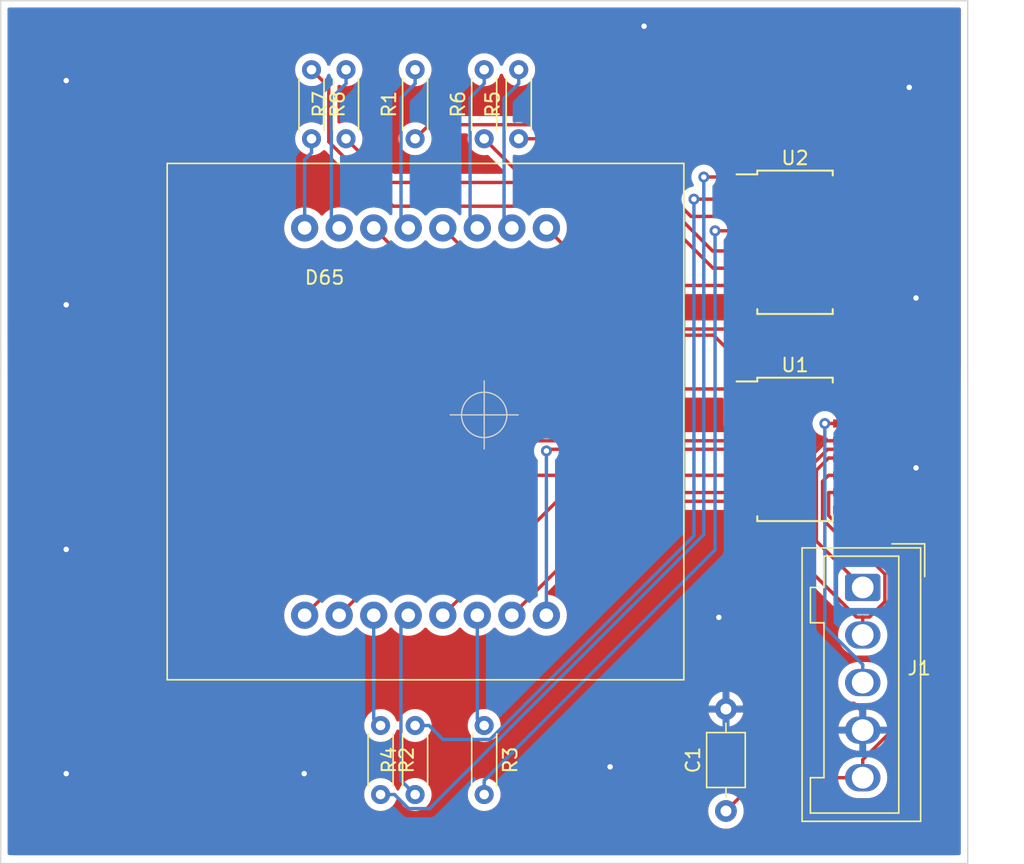
<source format=kicad_pcb>
(kicad_pcb (version 20211014) (generator pcbnew)
  (layers (0 "F.Cu" signal) (31 "B.Cu" signal) (34 "B.Paste" user) (35 "F.Paste" user) (36 "B.SilkS" user "B.Silkscreen") (37 "F.SilkS" user "F.Silkscreen") (38 "B.Mask" user) (39 "F.Mask" user) (44 "Edge.Cuts" user))
  (net 0 "")
  (net 1 "Pin 13")
  (net 2 "Net-(R1-Pad2)")
  (net 3 "Net-(R2-Pad1)")
  (net 4 "Pin 3")
  (net 5 "Net-(R3-Pad1)")
  (net 6 "Pin 6")
  (net 7 "Pin 10")
  (net 8 "Net-(R5-Pad2)")
  (net 9 "Pin 11")
  (net 10 "Net-(R6-Pad2)")
  (net 11 "Pin 15")
  (net 12 "Net-(R7-Pad2)")
  (net 13 "Pin 16")
  (net 14 "Net-(R8-Pad2)")
  (net 15 "Pin 14")
  (net 16 "Pin 8")
  (net 17 "Pin 12")
  (net 18 "Pin 1")
  (net 19 "Pin 7")
  (net 20 "Pin 2")
  (net 21 "Pin 5")
  (net 22 "GND")
  (net 23 "CASCADE")
  (net 24 "VCC")
  (net 25 "CLK")
  (net 26 "CLR")
  (net 27 "SER")
  (net 28 "Pin 9")
  (net 29 "Pin 4")
  (net 31 "Net-(D65-Pad4)")
  (footprint "1588BS:1588BS" (layer "F.Cu") (at 137.925 102.095)
    (fp_text reference "D65" (at -7.425 -10.595 unlocked) (layer "F.SilkS"))
    (fp_text value "1588BS")
    (fp_line (start 19 19) (end -19 19) (layer "F.SilkS") (width 0.12))
    (fp_line (start -19 -19) (end 19 -19) (layer "F.SilkS") (width 0.12))
    (fp_line (start -19 19) (end -19 -19) (layer "F.SilkS") (width 0.12))
    (fp_line (start 19 -19) (end 19 19) (layer "F.SilkS") (width 0.12))
    (pad "1" thru_hole circle (at -8.89 14.25) (size 2 2) (drill 1) (layers *.Cu *.Mask) (net 18 "Pin 1"))
    (pad "2" thru_hole circle (at -6.35 14.25) (size 2 2) (drill 1) (layers *.Cu *.Mask) (net 20 "Pin 2"))
    (pad "3" thru_hole circle (at -3.81 14.25) (size 2 2) (drill 1) (layers *.Cu *.Mask) (net 3 "Net-(R2-Pad1)"))
    (pad "4" thru_hole circle (at -1.27 14.25) (size 2 2) (drill 1) (layers *.Cu *.Mask) (net 31 "Net-(D65-Pad4)"))
    (pad "5" thru_hole circle (at 1.27 14.25) (size 2 2) (drill 1) (layers *.Cu *.Mask) (net 21 "Pin 5"))
    (pad "6" thru_hole circle (at 3.81 14.25) (size 2 2) (drill 1) (layers *.Cu *.Mask) (net 5 "Net-(R3-Pad1)"))
    (pad "7" thru_hole circle (at 6.35 14.25) (size 2 2) (drill 1) (layers *.Cu *.Mask) (net 19 "Pin 7"))
    (pad "8" thru_hole circle (at 8.89 14.25) (size 2 2) (drill 1) (layers *.Cu *.Mask) (net 16 "Pin 8"))
    (pad "9" thru_hole circle (at 8.89 -14.25) (size 2 2) (drill 1) (layers *.Cu *.Mask) (net 28 "Pin 9"))
    (pad "10" thru_hole circle (at 6.35 -14.25) (size 2 2) (drill 1) (layers *.Cu *.Mask) (net 8 "Net-(R5-Pad2)"))
    (pad "11" thru_hole circle (at 3.81 -14.25) (size 2 2) (drill 1) (layers *.Cu *.Mask) (net 10 "Net-(R6-Pad2)"))
    (pad "12" thru_hole circle (at 1.27 -14.25) (size 2 2) (drill 1) (layers *.Cu *.Mask) (net 17 "Pin 12"))
    (pad "13" thru_hole circle (at -1.27 -14.25) (size 2 2) (drill 1) (layers *.Cu *.Mask) (net 2 "Net-(R1-Pad2)"))
    (pad "14" thru_hole circle (at -3.81 -14.25) (size 2 2) (drill 1) (layers *.Cu *.Mask) (net 15 "Pin 14"))
    (pad "15" thru_hole circle (at -6.35 -14.25) (size 2 2) (drill 1) (layers *.Cu *.Mask) (net 12 "Net-(R7-Pad2)"))
    (pad "16" thru_hole circle (at -8.89 -14.25) (size 2 2) (drill 1) (layers *.Cu *.Mask) (net 14 "Net-(R8-Pad2)"))
  )
  (footprint "Connector_Wago:Wago_734-135_1x05_P3.50mm_Vertical" (layer "F.Cu") (at 170.08 114.3 -90)
    (fp_text reference "J1" (at 5.95 -4.15) (layer "F.SilkS"))
    (fp_text value "Conn_01x05_Female")
    (fp_line (start 14 3.85) (end 16.6 3.85) (layer "F.SilkS") (width 0.12))
    (fp_line (start -2.3 2.85) (end 0 2.85) (layer "F.SilkS") (width 0.12))
    (fp_line (start 0 2.85) (end 0 3.85) (layer "F.SilkS") (width 0.12))
    (fp_line (start 17.21 -4.26) (end -2.91 -4.26) (layer "F.SilkS") (width 0.12))
    (fp_line (start 2.6 2.85) (end 14 2.85) (layer "F.SilkS") (width 0.12))
    (fp_line (start 14 2.85) (end 14 3.85) (layer "F.SilkS") (width 0.12))
    (fp_line (start -2.91 4.46) (end 17.21 4.46) (layer "F.SilkS") (width 0.12))
    (fp_line (start 16.6 3.85) (end 16.6 -2.65) (layer "F.SilkS") (width 0.12))
    (fp_line (start -2.91 -4.26) (end -2.91 4.46) (layer "F.SilkS") (width 0.12))
    (fp_line (start -3.21 -2.15) (end -3.21 -4.56) (layer "F.SilkS") (width 0.12))
    (fp_line (start -2.3 -2.65) (end -2.3 2.85) (layer "F.SilkS") (width 0.12))
    (fp_line (start 2.6 3.85) (end 2.6 2.85) (layer "F.SilkS") (width 0.12))
    (fp_line (start 17.21 4.46) (end 17.21 -4.26) (layer "F.SilkS") (width 0.12))
    (fp_line (start 0 3.85) (end 2.6 3.85) (layer "F.SilkS") (width 0.12))
    (fp_line (start -3.21 -4.56) (end -0.8 -4.56) (layer "F.SilkS") (width 0.12))
    (fp_line (start 16.6 -2.65) (end -2.3 -2.65) (layer "F.SilkS") (width 0.12))
    (pad "1" thru_hole roundrect locked (at 0 0 270) (size 2 2.6) (drill 1.6) (layers *.Cu *.Mask) (roundrect_rratio 0.125) (net 26 "CLR"))
    (pad "2" thru_hole oval locked (at 3.5 0 270) (size 2 2.6) (drill 1.6) (layers *.Cu *.Mask) (net 25 "CLK"))
    (pad "3" thru_hole oval locked (at 7 0 270) (size 2 2.6) (drill 1.6) (layers *.Cu *.Mask) (net 27 "SER"))
    (pad "4" thru_hole oval locked (at 10.5 0 270) (size 2 2.6) (drill 1.6) (layers *.Cu *.Mask) (net 22 "GND"))
    (pad "5" thru_hole oval locked (at 14 0 270) (size 2 2.6) (drill 1.6) (layers *.Cu *.Mask) (net 24 "VCC"))
  )
  (footprint "Capacitor_THT:C_Axial_L3.8mm_D2.6mm_P7.50mm_Horizontal" (layer "F.Cu") (at 160.02 130.75 90)
    (fp_text reference "C1" (at 3.75 -2.42 90) (layer "F.SilkS"))
    (fp_text value "0.1uF")
    (fp_line (start 1.73 -1.42) (end 1.73 1.42) (layer "F.SilkS") (width 0.12))
    (fp_line (start 1.73 1.42) (end 5.77 1.42) (layer "F.SilkS") (width 0.12))
    (fp_line (start 5.77 -1.42) (end 1.73 -1.42) (layer "F.SilkS") (width 0.12))
    (fp_line (start 6.46 0) (end 5.77 0) (layer "F.SilkS") (width 0.12))
    (fp_line (start 5.77 1.42) (end 5.77 -1.42) (layer "F.SilkS") (width 0.12))
    (fp_line (start 1.04 0) (end 1.73 0) (layer "F.SilkS") (width 0.12))
    (pad "1" thru_hole circle locked (at 0 0 90) (size 1.6 1.6) (drill 0.8) (layers *.Cu *.Mask) (net 24 "VCC"))
    (pad "2" thru_hole oval locked (at 7.5 0 90) (size 1.6 1.6) (drill 0.8) (layers *.Cu *.Mask) (net 22 "GND"))
  )
  (footprint "Resistor_THT:R_Axial_DIN0204_L3.6mm_D1.6mm_P5.08mm_Horizontal" (layer "F.Cu") (at 134.62 124.46 -90)
    (fp_text reference "R2" (at 2.54 -1.92 90) (layer "F.SilkS"))
    (fp_text value "220")
    (fp_line (start 0.62 -0.92) (end 4.46 -0.92) (layer "F.SilkS") (width 0.12))
    (fp_line (start 0.62 0.92) (end 4.46 0.92) (layer "F.SilkS") (width 0.12))
    (pad "1" thru_hole circle locked (at 0 0 270) (size 1.4 1.4) (drill 0.7) (layers *.Cu *.Mask) (net 3 "Net-(R2-Pad1)"))
    (pad "2" thru_hole oval locked (at 5.08 0 270) (size 1.4 1.4) (drill 0.7) (layers *.Cu *.Mask) (net 4 "Pin 3"))
  )
  (footprint "Resistor_THT:R_Axial_DIN0204_L3.6mm_D1.6mm_P5.08mm_Horizontal" (layer "F.Cu") (at 142.24 124.46 -90)
    (fp_text reference "R3" (at 2.54 -1.92 90) (layer "F.SilkS"))
    (fp_text value "220")
    (fp_line (start 0.62 -0.92) (end 4.46 -0.92) (layer "F.SilkS") (width 0.12))
    (fp_line (start 0.62 0.92) (end 4.46 0.92) (layer "F.SilkS") (width 0.12))
    (pad "1" thru_hole circle locked (at 0 0 270) (size 1.4 1.4) (drill 0.7) (layers *.Cu *.Mask) (net 5 "Net-(R3-Pad1)"))
    (pad "2" thru_hole oval locked (at 5.08 0 270) (size 1.4 1.4) (drill 0.7) (layers *.Cu *.Mask) (net 6 "Pin 6"))
  )
  (footprint "Resistor_THT:R_Axial_DIN0204_L3.6mm_D1.6mm_P5.08mm_Horizontal" (layer "F.Cu") (at 142.24 81.28 90)
    (fp_text reference "R6" (at 2.54 -1.92 90) (layer "F.SilkS"))
    (fp_text value "220")
    (fp_line (start 0.62 0.92) (end 4.46 0.92) (layer "F.SilkS") (width 0.12))
    (fp_line (start 0.62 -0.92) (end 4.46 -0.92) (layer "F.SilkS") (width 0.12))
    (pad "1" thru_hole circle locked (at 0 0 90) (size 1.4 1.4) (drill 0.7) (layers *.Cu *.Mask) (net 9 "Pin 11"))
    (pad "2" thru_hole oval locked (at 5.08 0 90) (size 1.4 1.4) (drill 0.7) (layers *.Cu *.Mask) (net 10 "Net-(R6-Pad2)"))
  )
  (footprint "Resistor_THT:R_Axial_DIN0204_L3.6mm_D1.6mm_P5.08mm_Horizontal" (layer "F.Cu") (at 144.78 81.28 90)
    (fp_text reference "R5" (at 2.54 -1.92 90) (layer "F.SilkS"))
    (fp_text value "220")
    (fp_line (start 0.62 0.92) (end 4.46 0.92) (layer "F.SilkS") (width 0.12))
    (fp_line (start 0.62 -0.92) (end 4.46 -0.92) (layer "F.SilkS") (width 0.12))
    (pad "1" thru_hole circle locked (at 0 0 90) (size 1.4 1.4) (drill 0.7) (layers *.Cu *.Mask) (net 7 "Pin 10"))
    (pad "2" thru_hole oval locked (at 5.08 0 90) (size 1.4 1.4) (drill 0.7) (layers *.Cu *.Mask) (net 8 "Net-(R5-Pad2)"))
  )
  (footprint "Package_SO:SOIC-16W_5.3x10.2mm_P1.27mm" (layer "F.Cu") (at 165.1 104.14)
    (fp_text reference "U1" (at 0 -6.2) (layer "F.SilkS"))
    (fp_text value "74HC595")
    (fp_line (start -2.775 5.275) (end -2.775 4.92) (layer "F.SilkS") (width 0.15))
    (fp_line (start -2.775 -5) (end -4.3 -5) (layer "F.SilkS") (width 0.15))
    (fp_line (start 2.775 -5.275) (end 2.775 -4.92) (layer "F.SilkS") (width 0.15))
    (fp_line (start -2.775 -5.275) (end 2.775 -5.275) (layer "F.SilkS") (width 0.15))
    (fp_line (start -2.775 5.275) (end 2.775 5.275) (layer "F.SilkS") (width 0.15))
    (fp_line (start 2.775 5.275) (end 2.775 4.92) (layer "F.SilkS") (width 0.15))
    (fp_line (start -2.775 -5.275) (end -2.775 -5) (layer "F.SilkS") (width 0.15))
    (pad "1" smd rect locked (at -3.55 -4.445) (size 1.5 0.6) (layers "F.Cu" "F.Paste" "F.Mask") (net 15 "Pin 14"))
    (pad "2" smd rect locked (at -3.55 -3.175) (size 1.5 0.6) (layers "F.Cu" "F.Paste" "F.Mask") (net 16 "Pin 8"))
    (pad "3" smd rect locked (at -3.55 -1.905) (size 1.5 0.6) (layers "F.Cu" "F.Paste" "F.Mask") (net 17 "Pin 12"))
    (pad "4" smd rect locked (at -3.55 -0.635) (size 1.5 0.6) (layers "F.Cu" "F.Paste" "F.Mask") (net 18 "Pin 1"))
    (pad "5" smd rect locked (at -3.55 0.635) (size 1.5 0.6) (layers "F.Cu" "F.Paste" "F.Mask") (net 19 "Pin 7"))
    (pad "6" smd rect locked (at -3.55 1.905) (size 1.5 0.6) (layers "F.Cu" "F.Paste" "F.Mask") (net 20 "Pin 2"))
    (pad "7" smd rect locked (at -3.55 3.175) (size 1.5 0.6) (layers "F.Cu" "F.Paste" "F.Mask") (net 21 "Pin 5"))
    (pad "8" smd rect locked (at -3.55 4.445) (size 1.5 0.6) (layers "F.Cu" "F.Paste" "F.Mask") (net 22 "GND"))
    (pad "9" smd rect locked (at 3.55 4.445) (size 1.5 0.6) (layers "F.Cu" "F.Paste" "F.Mask") (net 23 "CASCADE"))
    (pad "10" smd rect locked (at 3.55 3.175) (size 1.5 0.6) (layers "F.Cu" "F.Paste" "F.Mask") (net 24 "VCC"))
    (pad "11" smd rect locked (at 3.55 1.905) (size 1.5 0.6) (layers "F.Cu" "F.Paste" "F.Mask") (net 25 "CLK"))
    (pad "12" smd rect locked (at 3.55 0.635) (size 1.5 0.6) (layers "F.Cu" "F.Paste" "F.Mask") (net 26 "CLR"))
    (pad "13" smd rect locked (at 3.55 -0.635) (size 1.5 0.6) (layers "F.Cu" "F.Paste" "F.Mask") (net 22 "GND"))
    (pad "14" smd rect locked (at 3.55 -1.905) (size 1.5 0.6) (layers "F.Cu" "F.Paste" "F.Mask") (net 27 "SER"))
    (pad "15" smd rect locked (at 3.55 -3.175) (size 1.5 0.6) (layers "F.Cu" "F.Paste" "F.Mask") (net 28 "Pin 9"))
    (pad "16" smd rect locked (at 3.55 -4.445) (size 1.5 0.6) (layers "F.Cu" "F.Paste" "F.Mask") (net 24 "VCC"))
  )
  (footprint "Resistor_THT:R_Axial_DIN0204_L3.6mm_D1.6mm_P5.08mm_Horizontal" (layer "F.Cu") (at 137.16 81.28 90)
    (fp_text reference "R1" (at 2.54 -1.92 90) (layer "F.SilkS"))
    (fp_text value "220")
    (fp_line (start 0.62 -0.92) (end 4.46 -0.92) (layer "F.SilkS") (width 0.12))
    (fp_line (start 0.62 0.92) (end 4.46 0.92) (layer "F.SilkS") (width 0.12))
    (pad "1" thru_hole circle locked (at 0 0 90) (size 1.4 1.4) (drill 0.7) (layers *.Cu *.Mask) (net 1 "Pin 13"))
    (pad "2" thru_hole oval locked (at 5.08 0 90) (size 1.4 1.4) (drill 0.7) (layers *.Cu *.Mask) (net 2 "Net-(R1-Pad2)"))
  )
  (footprint "Resistor_THT:R_Axial_DIN0204_L3.6mm_D1.6mm_P5.08mm_Horizontal" (layer "F.Cu") (at 137.16 129.54 90)
    (fp_text reference "R4" (at 2.54 -1.92 90) (layer "F.SilkS"))
    (fp_text value "220")
    (fp_line (start 0.62 -0.92) (end 4.46 -0.92) (layer "F.SilkS") (width 0.12))
    (fp_line (start 0.62 0.92) (end 4.46 0.92) (layer "F.SilkS") (width 0.12))
    (pad "1" thru_hole circle locked (at 0 0 90) (size 1.4 1.4) (drill 0.7) (layers *.Cu *.Mask) (net 31 "Net-(D65-Pad4)"))
    (pad "2" thru_hole oval locked (at 5.08 0 90) (size 1.4 1.4) (drill 0.7) (layers *.Cu *.Mask) (net 29 "Pin 4"))
  )
  (footprint "Resistor_THT:R_Axial_DIN0204_L3.6mm_D1.6mm_P5.08mm_Horizontal" (layer "F.Cu") (at 129.54 76.2 -90)
    (fp_text reference "R8" (at 2.54 -1.92 90) (layer "F.SilkS"))
    (fp_text value "220")
    (fp_line (start 0.62 0.92) (end 4.46 0.92) (layer "F.SilkS") (width 0.12))
    (fp_line (start 0.62 -0.92) (end 4.46 -0.92) (layer "F.SilkS") (width 0.12))
    (pad "1" thru_hole circle locked (at 0 0 270) (size 1.4 1.4) (drill 0.7) (layers *.Cu *.Mask) (net 13 "Pin 16"))
    (pad "2" thru_hole oval locked (at 5.08 0 270) (size 1.4 1.4) (drill 0.7) (layers *.Cu *.Mask) (net 14 "Net-(R8-Pad2)"))
  )
  (footprint "Package_SO:SOIC-16W_5.3x10.2mm_P1.27mm" (layer "F.Cu") (at 165.1 88.9)
    (fp_text reference "U2" (at 0 -6.2) (layer "F.SilkS"))
    (fp_text value "74HC595")
    (fp_line (start 2.775 5.275) (end 2.775 4.92) (layer "F.SilkS") (width 0.15))
    (fp_line (start -2.775 -5.275) (end 2.775 -5.275) (layer "F.SilkS") (width 0.15))
    (fp_line (start -2.775 -5.275) (end -2.775 -5) (layer "F.SilkS") (width 0.15))
    (fp_line (start -2.775 -5) (end -4.3 -5) (layer "F.SilkS") (width 0.15))
    (fp_line (start -2.775 5.275) (end 2.775 5.275) (layer "F.SilkS") (width 0.15))
    (fp_line (start -2.775 5.275) (end -2.775 4.92) (layer "F.SilkS") (width 0.15))
    (fp_line (start 2.775 -5.275) (end 2.775 -4.92) (layer "F.SilkS") (width 0.15))
    (pad "1" smd rect locked (at -3.55 -4.445) (size 1.5 0.6) (layers "F.Cu" "F.Paste" "F.Mask") (net 4 "Pin 3"))
    (pad "2" smd rect locked (at -3.55 -3.175) (size 1.5 0.6) (layers "F.Cu" "F.Paste" "F.Mask") (net 29 "Pin 4"))
    (pad "3" smd rect locked (at -3.55 -1.905) (size 1.5 0.6) (layers "F.Cu" "F.Paste" "F.Mask") (net 7 "Pin 10"))
    (pad "4" smd rect locked (at -3.55 -0.635) (size 1.5 0.6) (layers "F.Cu" "F.Paste" "F.Mask") (net 6 "Pin 6"))
    (pad "5" smd rect locked (at -3.55 0.635) (size 1.5 0.6) (layers "F.Cu" "F.Paste" "F.Mask") (net 9 "Pin 11"))
    (pad "6" smd rect locked (at -3.55 1.905) (size 1.5 0.6) (layers "F.Cu" "F.Paste" "F.Mask") (net 11 "Pin 15"))
    (pad "7" smd rect locked (at -3.55 3.175) (size 1.5 0.6) (layers "F.Cu" "F.Paste" "F.Mask") (net 13 "Pin 16"))
    (pad "8" smd rect locked (at -3.55 4.445) (size 1.5 0.6) (layers "F.Cu" "F.Paste" "F.Mask") (net 22 "GND"))
    (pad "9" smd rect locked (at 3.55 4.445) (size 1.5 0.6) (layers "F.Cu" "F.Paste" "F.Mask"))
    (pad "10" smd rect locked (at 3.55 3.175) (size 1.5 0.6) (layers "F.Cu" "F.Paste" "F.Mask") (net 24 "VCC"))
    (pad "11" smd rect locked (at 3.55 1.905) (size 1.5 0.6) (layers "F.Cu" "F.Paste" "F.Mask") (net 25 "CLK"))
    (pad "12" smd rect locked (at 3.55 0.635) (size 1.5 0.6) (layers "F.Cu" "F.Paste" "F.Mask") (net 26 "CLR"))
    (pad "13" smd rect locked (at 3.55 -0.635) (size 1.5 0.6) (layers "F.Cu" "F.Paste" "F.Mask") (net 22 "GND"))
    (pad "14" smd rect locked (at 3.55 -1.905) (size 1.5 0.6) (layers "F.Cu" "F.Paste" "F.Mask") (net 23 "CASCADE"))
    (pad "15" smd rect locked (at 3.55 -3.175) (size 1.5 0.6) (layers "F.Cu" "F.Paste" "F.Mask") (net 1 "Pin 13"))
    (pad "16" smd rect locked (at 3.55 -4.445) (size 1.5 0.6) (layers "F.Cu" "F.Paste" "F.Mask") (net 24 "VCC"))
  )
  (footprint "Resistor_THT:R_Axial_DIN0204_L3.6mm_D1.6mm_P5.08mm_Horizontal" (layer "F.Cu") (at 132.08 81.28 90)
    (fp_text reference "R7" (at 2.54 -1.92 90) (layer "F.SilkS"))
    (fp_text value "220")
    (fp_line (start 0.62 -0.92) (end 4.46 -0.92) (layer "F.SilkS") (width 0.12))
    (fp_line (start 0.62 0.92) (end 4.46 0.92) (layer "F.SilkS") (width 0.12))
    (pad "1" thru_hole circle locked (at 0 0 90) (size 1.4 1.4) (drill 0.7) (layers *.Cu *.Mask) (net 11 "Pin 15"))
    (pad "2" thru_hole oval locked (at 5.08 0 90) (size 1.4 1.4) (drill 0.7) (layers *.Cu *.Mask) (net 12 "Net-(R7-Pad2)"))
  )
  (gr_line (start 106.68 71.12) (end 177.8 71.12) (layer "Edge.Cuts") (width 0.1))
  (gr_line (start 106.68 134.62) (end 106.68 71.12) (layer "Edge.Cuts") (width 0.1))
  (gr_line (start 177.8 134.62) (end 106.68 134.62) (layer "Edge.Cuts") (width 0.1))
  (gr_line (start 177.8 71.12) (end 177.8 134.62) (layer "Edge.Cuts") (width 0.1))
  (target plus (at 142.24 101.6) (size 5) (width 0.1) (layer "Edge.Cuts"))
  (segment (start 165.3204 85.725) (end 159.8435 80.2481) (width 0.25) (layer "F.Cu") (net 1))
  (segment (start 138.1919 80.2481) (end 137.16 81.28) (width 0.25) (layer "F.Cu") (net 1))
  (segment (start 168.65 85.725) (end 165.3204 85.725) (width 0.25) (layer "F.Cu") (net 1))
  (segment (start 159.8435 80.2481) (end 138.1919 80.2481) (width 0.25) (layer "F.Cu") (net 1))
  (segment (start 136.1236 78.2617) (end 136.1236 87.3136) (width 0.25) (layer "B.Cu") (net 2))
  (segment (start 137.16 76.2) (end 137.16 77.2253) (width 0.25) (layer "B.Cu") (net 2))
  (segment (start 136.1236 87.3136) (end 136.655 87.845) (width 0.25) (layer "B.Cu") (net 2))
  (segment (start 137.16 77.2253) (end 136.1236 78.2617) (width 0.25) (layer "B.Cu") (net 2))
  (segment (start 134.115 123.955) (end 134.115 116.345) (width 0.25) (layer "B.Cu") (net 3))
  (segment (start 134.62 124.46) (end 134.115 123.955) (width 0.25) (layer "B.Cu") (net 3))
  (segment (start 161.55 84.455) (end 160.4747 84.455) (width 0.25) (layer "F.Cu") (net 4))
  (segment (start 160.4747 84.455) (end 160.1156 84.0959) (width 0.25) (layer "F.Cu") (net 4))
  (segment (start 160.1156 84.0959) (end 158.3909 84.0959) (width 0.25) (layer "F.Cu") (net 4))
  (via (at 158.3909 84.0959) (size 0.8) (drill 0.4) (layers "F.Cu" "B.Cu") (net 4))
  (segment (start 158.3909 110.407) (end 158.3909 84.0959) (width 0.25) (layer "B.Cu") (net 4))
  (segment (start 135.6453 129.54) (end 136.6798 130.5745) (width 0.25) (layer "B.Cu") (net 4))
  (segment (start 134.62 129.54) (end 135.6453 129.54) (width 0.25) (layer "B.Cu") (net 4))
  (segment (start 138.2234 130.5745) (end 158.3909 110.407) (width 0.25) (layer "B.Cu") (net 4))
  (segment (start 136.6798 130.5745) (end 138.2234 130.5745) (width 0.25) (layer "B.Cu") (net 4))
  (segment (start 142.24 124.46) (end 141.735 123.955) (width 0.25) (layer "B.Cu") (net 5))
  (segment (start 141.735 123.955) (end 141.735 116.345) (width 0.25) (layer "B.Cu") (net 5))
  (segment (start 161.55 88.265) (end 160.4747 88.265) (width 0.25) (layer "F.Cu") (net 6))
  (segment (start 160.2636 88.0539) (end 160.4747 88.265) (width 0.25) (layer "F.Cu") (net 6))
  (segment (start 159.2192 88.0539) (end 160.2636 88.0539) (width 0.25) (layer "F.Cu") (net 6))
  (via (at 159.2192 88.0539) (size 0.8) (drill 0.4) (layers "F.Cu" "B.Cu") (net 6))
  (segment (start 142.24 128.5147) (end 159.2192 111.5355) (width 0.25) (layer "B.Cu") (net 6))
  (segment (start 142.24 129.54) (end 142.24 128.5147) (width 0.25) (layer "B.Cu") (net 6))
  (segment (start 159.2192 111.5355) (end 159.2192 88.0539) (width 0.25) (layer "B.Cu") (net 6))
  (segment (start 157.4531 86.995) (end 151.7381 81.28) (width 0.25) (layer "F.Cu") (net 7))
  (segment (start 151.7381 81.28) (end 144.78 81.28) (width 0.25) (layer "F.Cu") (net 7))
  (segment (start 161.55 86.995) (end 157.4531 86.995) (width 0.25) (layer "F.Cu") (net 7))
  (segment (start 144.78 76.2) (end 144.78 77.2253) (width 0.25) (layer "B.Cu") (net 8))
  (segment (start 143.7012 78.3041) (end 143.7012 87.2712) (width 0.25) (layer "B.Cu") (net 8))
  (segment (start 143.7012 87.2712) (end 144.275 87.845) (width 0.25) (layer "B.Cu") (net 8))
  (segment (start 144.78 77.2253) (end 143.7012 78.3041) (width 0.25) (layer "B.Cu") (net 8))
  (segment (start 145.0059 84.0459) (end 153.5486 84.0459) (width 0.25) (layer "F.Cu") (net 9))
  (segment (start 159.0377 89.535) (end 161.55 89.535) (width 0.25) (layer "F.Cu") (net 9))
  (segment (start 153.5486 84.0459) (end 159.0377 89.535) (width 0.25) (layer "F.Cu") (net 9))
  (segment (start 142.24 81.28) (end 145.0059 84.0459) (width 0.25) (layer "F.Cu") (net 9))
  (segment (start 141.2036 78.2617) (end 141.2036 87.3136) (width 0.25) (layer "B.Cu") (net 10))
  (segment (start 141.2036 87.3136) (end 141.735 87.845) (width 0.25) (layer "B.Cu") (net 10))
  (segment (start 142.24 77.2253) (end 141.2036 78.2617) (width 0.25) (layer "B.Cu") (net 10))
  (segment (start 142.24 76.2) (end 142.24 77.2253) (width 0.25) (layer "B.Cu") (net 10))
  (segment (start 135.2963 84.4963) (end 152.7633 84.4963) (width 0.25) (layer "F.Cu") (net 11))
  (segment (start 132.08 81.28) (end 135.2963 84.4963) (width 0.25) (layer "F.Cu") (net 11))
  (segment (start 159.072 90.805) (end 161.55 90.805) (width 0.25) (layer "F.Cu") (net 11))
  (segment (start 152.7633 84.4963) (end 159.072 90.805) (width 0.25) (layer "F.Cu") (net 11))
  (segment (start 131.0012 87.2712) (end 131.575 87.845) (width 0.25) (layer "B.Cu") (net 12))
  (segment (start 132.08 76.2) (end 132.08 77.2253) (width 0.25) (layer "B.Cu") (net 12))
  (segment (start 131.0012 78.3041) (end 131.0012 87.2712) (width 0.25) (layer "B.Cu") (net 12))
  (segment (start 132.08 77.2253) (end 131.0012 78.3041) (width 0.25) (layer "B.Cu") (net 12))
  (segment (start 135.5498 86.2444) (end 130.81 81.5046) (width 0.25) (layer "F.Cu") (net 13))
  (segment (start 130.81 77.47) (end 129.54 76.2) (width 0.25) (layer "F.Cu") (net 13))
  (segment (start 148.1283 86.2444) (end 135.5498 86.2444) (width 0.25) (layer "F.Cu") (net 13))
  (segment (start 153.9589 92.075) (end 148.1283 86.2444) (width 0.25) (layer "F.Cu") (net 13))
  (segment (start 161.55 92.075) (end 153.9589 92.075) (width 0.25) (layer "F.Cu") (net 13))
  (segment (start 130.81 81.5046) (end 130.81 77.47) (width 0.25) (layer "F.Cu") (net 13))
  (segment (start 129.54 81.28) (end 129.54 82.3053) (width 0.25) (layer "B.Cu") (net 14))
  (segment (start 129.035 82.8103) (end 129.035 87.845) (width 0.25) (layer "B.Cu") (net 14))
  (segment (start 129.54 82.3053) (end 129.035 82.8103) (width 0.25) (layer "B.Cu") (net 14))
  (segment (start 161.55 99.695) (end 145.965 99.695) (width 0.25) (layer "F.Cu") (net 15))
  (segment (start 145.965 99.695) (end 134.115 87.845) (width 0.25) (layer "F.Cu") (net 15))
  (segment (start 162.5056 104.1304) (end 146.9359 104.1304) (width 0.25) (layer "F.Cu") (net 16))
  (segment (start 146.9359 104.1304) (end 146.815 104.2513) (width 0.25) (layer "F.Cu") (net 16))
  (segment (start 162.6253 100.965) (end 162.6253 104.0107) (width 0.25) (layer "F.Cu") (net 16))
  (segment (start 162.6253 104.0107) (end 162.5056 104.1304) (width 0.25) (layer "F.Cu") (net 16))
  (segment (start 161.55 100.965) (end 162.6253 100.965) (width 0.25) (layer "F.Cu") (net 16))
  (via (at 146.815 104.2513) (size 0.8) (drill 0.4) (layers "F.Cu" "B.Cu") (net 16))
  (segment (start 146.815 116.345) (end 146.815 104.2513) (width 0.25) (layer "B.Cu") (net 16))
  (segment (start 162.6253 99.2602) (end 159.0995 95.7344) (width 0.25) (layer "F.Cu") (net 17))
  (segment (start 159.0995 95.7344) (end 147.0844 95.7344) (width 0.25) (layer "F.Cu") (net 17))
  (segment (start 160.4747 102.235) (end 160.4747 100.5302) (width 0.25) (layer "F.Cu") (net 17))
  (segment (start 147.0844 95.7344) (end 139.195 87.845) (width 0.25) (layer "F.Cu") (net 17))
  (segment (start 161.55 102.235) (end 160.4747 102.235) (width 0.25) (layer "F.Cu") (net 17))
  (segment (start 160.4747 100.5302) (end 160.6653 100.3396) (width 0.25) (layer "F.Cu") (net 17))
  (segment (start 162.4926 100.3396) (end 162.6253 100.2069) (width 0.25) (layer "F.Cu") (net 17))
  (segment (start 162.6253 100.2069) (end 162.6253 99.2602) (width 0.25) (layer "F.Cu") (net 17))
  (segment (start 160.6653 100.3396) (end 162.4926 100.3396) (width 0.25) (layer "F.Cu") (net 17))
  (segment (start 141.875 103.505) (end 129.035 116.345) (width 0.25) (layer "F.Cu") (net 18))
  (segment (start 161.55 103.505) (end 141.875 103.505) (width 0.25) (layer "F.Cu") (net 18))
  (segment (start 162.4832 107.9596) (end 152.6604 107.9596) (width 0.25) (layer "F.Cu") (net 19))
  (segment (start 161.55 104.775) (end 162.6253 104.775) (width 0.25) (layer "F.Cu") (net 19))
  (segment (start 162.6253 107.8175) (end 162.4832 107.9596) (width 0.25) (layer "F.Cu") (net 19))
  (segment (start 162.6253 104.775) (end 162.6253 107.8175) (width 0.25) (layer "F.Cu") (net 19))
  (segment (start 152.6604 107.9596) (end 144.275 116.345) (width 0.25) (layer "F.Cu") (net 19))
  (segment (start 141.875 106.045) (end 161.55 106.045) (width 0.25) (layer "F.Cu") (net 20))
  (segment (start 131.575 116.345) (end 141.875 106.045) (width 0.25) (layer "F.Cu") (net 20))
  (segment (start 139.195 116.345) (end 148.225 107.315) (width 0.25) (layer "F.Cu") (net 21))
  (segment (start 148.225 107.315) (end 161.55 107.315) (width 0.25) (layer "F.Cu") (net 21))
  (segment (start 162.0877 108.585) (end 162.6253 108.585) (width 0.25) (layer "F.Cu") (net 22))
  (segment (start 169.7253 100.4652) (end 169.7253 102.7353) (width 0.25) (layer "F.Cu") (net 22))
  (segment (start 169.5901 100.33) (end 169.7253 100.4652) (width 0.25) (layer "F.Cu") (net 22))
  (segment (start 168.9556 103.505) (end 168.65 103.505) (width 0.25) (layer "F.Cu") (net 22))
  (segment (start 163.0603 95.8285) (end 167.5618 100.33) (width 0.25) (layer "F.Cu") (net 22))
  (segment (start 168.65 88.265) (end 167.5747 88.265) (width 0.25) (layer "F.Cu") (net 22))
  (segment (start 169.7253 102.7353) (end 168.9556 103.505) (width 0.25) (layer "F.Cu") (net 22))
  (segment (start 161.1453 123.25) (end 161.5703 122.825) (width 0.25) (layer "F.Cu") (net 22))
  (segment (start 163.0603 93.345) (end 163.0603 95.8285) (width 0.25) (layer "F.Cu") (net 22))
  (segment (start 164.6817 106.2388) (end 164.6817 106.5286) (width 0.25) (layer "F.Cu") (net 22))
  (segment (start 162.0877 121.92) (end 162.9927 122.825) (width 0.25) (layer "F.Cu") (net 22))
  (segment (start 163.0603 93.345) (end 162.6253 93.345) (width 0.25) (layer "F.Cu") (net 22))
  (segment (start 169.4303 122.825) (end 170.08 123.4747) (width 0.25) (layer "F.Cu") (net 22))
  (segment (start 167.5747 88.265) (end 163.0603 92.7794) (width 0.25) (layer "F.Cu") (net 22))
  (segment (start 161.55 93.345) (end 162.6253 93.345) (width 0.25) (layer "F.Cu") (net 22))
  (segment (start 160.02 123.25) (end 161.1453 123.25) (width 0.25) (layer "F.Cu") (net 22))
  (segment (start 167.4155 103.505) (end 164.6817 106.2388) (width 0.25) (layer "F.Cu") (net 22))
  (segment (start 162.0877 108.585) (end 162.0877 122.825) (width 0.25) (layer "F.Cu") (net 22))
  (segment (start 167.6873 103.505) (end 167.4155 103.505) (width 0.25) (layer "F.Cu") (net 22))
  (segment (start 168.1687 103.505) (end 167.6873 103.505) (width 0.25) (layer "F.Cu") (net 22))
  (segment (start 168.1687 103.505) (end 168.65 103.505) (width 0.25) (layer "F.Cu") (net 22))
  (segment (start 161.55 108.585) (end 162.0877 108.585) (width 0.25) (layer "F.Cu") (net 22))
  (segment (start 161.5703 122.825) (end 162.0877 122.825) (width 0.25) (layer "F.Cu") (net 22))
  (segment (start 164.6817 106.5286) (end 162.6253 108.585) (width 0.25) (layer "F.Cu") (net 22))
  (segment (start 167.5618 100.33) (end 169.5901 100.33) (width 0.25) (layer "F.Cu") (net 22))
  (segment (start 163.0603 92.7794) (end 163.0603 93.345) (width 0.25) (layer "F.Cu") (net 22))
  (segment (start 162.9927 122.825) (end 169.4303 122.825) (width 0.25) (layer "F.Cu") (net 22))
  (segment (start 170.08 123.4747) (end 170.08 124.8) (width 0.25) (layer "F.Cu") (net 22))
  (via (at 159.5 116.5) (size 0.8) (drill 0.4) (layers "F.Cu" "B.Cu") (net 22))
  (via (at 129 128) (size 0.8) (drill 0.4) (layers "F.Cu" "B.Cu") (net 22))
  (via (at 174 93) (size 0.8) (drill 0.4) (layers "F.Cu" "B.Cu") (net 22))
  (via (at 111.5 93.5) (size 0.8) (drill 0.4) (layers "F.Cu" "B.Cu") (net 22))
  (via (at 174 105.5) (size 0.8) (drill 0.4) (layers "F.Cu" "B.Cu") (net 22))
  (via (at 111.5 128) (size 0.8) (drill 0.4) (layers "F.Cu" "B.Cu") (net 22))
  (via (at 154 73) (size 0.8) (drill 0.4) (layers "F.Cu" "B.Cu") (net 22))
  (via (at 151.5 127.5) (size 0.8) (drill 0.4) (layers "F.Cu" "B.Cu") (net 22))
  (via (at 111.5 111.5) (size 0.8) (drill 0.4) (layers "F.Cu" "B.Cu") (net 22))
  (via (at 173.5 77.5) (size 0.8) (drill 0.4) (layers "F.Cu" "B.Cu") (net 22))
  (via (at 111.5 77) (size 0.8) (drill 0.4) (layers "F.Cu" "B.Cu") (net 22))
  (segment (start 168.65 108.585) (end 169.7253 108.585) (width 0.25) (layer "F.Cu") (net 23))
  (segment (start 168.65 86.995) (end 169.7253 86.995) (width 0.25) (layer "F.Cu") (net 23))
  (segment (start 171.5664 88.8361) (end 171.5664 106.7439) (width 0.25) (layer "F.Cu") (net 23))
  (segment (start 169.7253 86.995) (end 171.5664 88.8361) (width 0.25) (layer "F.Cu") (net 23))
  (segment (start 171.5664 106.7439) (end 169.7253 108.585) (width 0.25) (layer "F.Cu") (net 23))
  (segment (start 171.0762 105.9641) (end 169.7253 107.315) (width 0.25) (layer "F.Cu") (net 24))
  (segment (start 168.65 92.075) (end 167.5747 92.075) (width 0.25) (layer "F.Cu") (net 24))
  (segment (start 168.2768 109.7221) (end 168.7657 109.7221) (width 0.25) (layer "F.Cu") (net 24))
  (segment (start 169.7253 84.455) (end 169.7253 86.2161) (width 0.25) (layer "F.Cu") (net 24))
  (segment (start 169.7273 88.7816) (end 169.6765 88.8324) (width 0.25) (layer "F.Cu") (net 24))
  (segment (start 169.6765 88.8324) (end 171.0762 90.2321) (width 0.25) (layer "F.Cu") (net 24))
  (segment (start 167.5747 86.5484) (end 167.5747 87.4948) (width 0.25) (layer "F.Cu") (net 24))
  (segment (start 169.6765 88.8324) (end 169.6185 88.8904) (width 0.25) (layer "F.Cu") (net 24))
  (segment (start 167.7099 87.63) (end 169.5651 87.63) (width 0.25) (layer "F.Cu") (net 24))
  (segment (start 172.1866 124.8681) (end 170.08 126.9747) (width 0.25) (layer "F.Cu") (net 24))
  (segment (start 170.08 128.3) (end 170.08 126.9747) (width 0.25) (layer "F.Cu") (net 24))
  (segment (start 167.5747 89.0325) (end 167.5747 92.075) (width 0.25) (layer "F.Cu") (net 24))
  (segment (start 169.5651 87.63) (end 169.7273 87.7922) (width 0.25) (layer "F.Cu") (net 24))
  (segment (start 167.7727 86.3504) (end 167.5747 86.5484) (width 0.25) (layer "F.Cu") (net 24))
  (segment (start 162.47 128.3) (end 170.08 128.3) (width 0.25) (layer "F.Cu") (net 24))
  (segment (start 167.5747 109.02) (end 168.2768 109.7221) (width 0.25) (layer "F.Cu") (net 24))
  (segment (start 169.591 86.3504) (end 167.7727 86.3504) (width 0.25) (layer "F.Cu") (net 24))
  (segment (start 168.65 107.315) (end 167.5747 107.315) (width 0.25) (layer "F.Cu") (net 24))
  (segment (start 169.0751 107.315) (end 168.65 107.315) (width 0.25) (layer "F.Cu") (net 24))
  (segment (start 172.1866 113.143) (end 172.1866 124.8681) (width 0.25) (layer "F.Cu") (net 24))
  (segment (start 160.02 130.75) (end 162.47 128.3) (width 0.25) (layer "F.Cu") (net 24))
  (segment (start 167.5747 107.315) (end 167.5747 109.02) (width 0.25) (layer "F.Cu") (net 24))
  (segment (start 169.7273 87.7922) (end 169.7273 88.7816) (width 0.25) (layer "F.Cu") (net 24))
  (segment (start 168.65 84.455) (end 169.7253 84.455) (width 0.25) (layer "F.Cu") (net 24))
  (segment (start 169.0751 107.315) (end 169.7253 107.315) (width 0.25) (layer "F.Cu") (net 24))
  (segment (start 167.5747 99.695) (end 167.5747 92.075) (width 0.25) (layer "F.Cu") (net 24))
  (segment (start 168.65 99.695) (end 167.5747 99.695) (width 0.25) (layer "F.Cu") (net 24))
  (segment (start 167.5747 87.4948) (end 167.7099 87.63) (width 0.25) (layer "F.Cu") (net 24))
  (segment (start 169.6185 88.8904) (end 167.7168 88.8904) (width 0.25) (layer "F.Cu") (net 24))
  (segment (start 167.7168 88.8904) (end 167.5747 89.0325) (width 0.25) (layer "F.Cu") (net 24))
  (segment (start 171.0762 90.2321) (end 171.0762 105.9641) (width 0.25) (layer "F.Cu") (net 24))
  (segment (start 169.7253 86.2161) (end 169.591 86.3504) (width 0.25) (layer "F.Cu") (net 24))
  (segment (start 168.7657 109.7221) (end 172.1866 113.143) (width 0.25) (layer "F.Cu") (net 24))
  (segment (start 166.2238 113.0783) (end 169.6202 116.4747) (width 0.25) (layer "F.Cu") (net 25))
  (segment (start 166.2238 105.413) (end 166.2238 113.0783) (width 0.25) (layer "F.Cu") (net 25))
  (segment (start 168.65 106.045) (end 167.5747 106.045) (width 0.25) (layer "F.Cu") (net 25))
  (segment (start 167.5065 104.1303) (end 166.2238 105.413) (width 0.25) (layer "F.Cu") (net 25))
  (segment (start 167.5747 106.045) (end 167.1244 106.4953) (width 0.25) (layer "F.Cu") (net 25))
  (segment (start 168.65 90.805) (end 169.7253 90.805) (width 0.25) (layer "F.Cu") (net 25))
  (segment (start 168.17 110.3317) (end 168.7273 110.3317) (width 0.25) (layer "F.Cu") (net 25))
  (segment (start 170.08 117.8) (end 170.08 116.4747) (width 0.25) (layer "F.Cu") (net 25))
  (segment (start 170.1756 103.4895) (end 169.5348 104.1303) (width 0.25) (layer "F.Cu") (net 25))
  (segment (start 167.1244 109.2861) (end 168.17 110.3317) (width 0.25) (layer "F.Cu") (net 25))
  (segment (start 167.1244 106.4953) (end 167.1244 109.2861) (width 0.25) (layer "F.Cu") (net 25))
  (segment (start 170.5817 116.4747) (end 170.08 116.4747) (width 0.25) (layer "F.Cu") (net 25))
  (segment (start 169.6202 116.4747) (end 170.08 116.4747) (width 0.25) (layer "F.Cu") (net 25))
  (segment (start 170.1756 91.2553) (end 170.1756 103.4895) (width 0.25) (layer "F.Cu") (net 25))
  (segment (start 171.7102 113.3146) (end 171.7102 115.3462) (width 0.25) (layer "F.Cu") (net 25))
  (segment (start 171.7102 115.3462) (end 170.5817 116.4747) (width 0.25) (layer "F.Cu") (net 25))
  (segment (start 169.7253 90.805) (end 170.1756 91.2553) (width 0.25) (layer "F.Cu") (net 25))
  (segment (start 168.7273 110.3317) (end 171.7102 113.3146) (width 0.25) (layer "F.Cu") (net 25))
  (segment (start 169.5348 104.1303) (end 167.5065 104.1303) (width 0.25) (layer "F.Cu") (net 25))
  (segment (start 170.6259 90.4356) (end 170.6259 103.8744) (width 0.25) (layer "F.Cu") (net 26))
  (segment (start 168.65 89.535) (end 169.7253 89.535) (width 0.25) (layer "F.Cu") (net 26))
  (segment (start 168.225 104.775) (end 167.5747 104.775) (width 0.25) (layer "F.Cu") (net 26))
  (segment (start 166.6741 110.8941) (end 170.08 114.3) (width 0.25) (layer "F.Cu") (net 26))
  (segment (start 169.7253 89.535) (end 170.6259 90.4356) (width 0.25) (layer "F.Cu") (net 26))
  (segment (start 170.6259 103.8744) (end 169.7253 104.775) (width 0.25) (layer "F.Cu") (net 26))
  (segment (start 166.6741 105.6756) (end 166.6741 110.8941) (width 0.25) (layer "F.Cu") (net 26))
  (segment (start 168.65 104.775) (end 169.7253 104.775) (width 0.25) (layer "F.Cu") (net 26))
  (segment (start 168.225 104.775) (end 168.65 104.775) (width 0.25) (layer "F.Cu") (net 26))
  (segment (start 167.5747 104.775) (end 166.6741 105.6756) (width 0.25) (layer "F.Cu") (net 26))
  (segment (start 168.65 102.235) (end 167.2929 102.235) (width 0.25) (layer "F.Cu") (net 27))
  (via (at 167.2929 102.235) (size 0.8) (drill 0.4) (layers "F.Cu" "B.Cu") (net 27))
  (segment (start 170.08 119.9747) (end 167.2929 117.1876) (width 0.25) (layer "B.Cu") (net 27))
  (segment (start 167.2929 117.1876) (end 167.2929 102.235) (width 0.25) (layer "B.Cu") (net 27))
  (segment (start 170.08 121.3) (end 170.08 119.9747) (width 0.25) (layer "B.Cu") (net 27))
  (segment (start 160.4746 95.284) (end 154.254 95.284) (width 0.25) (layer "F.Cu") (net 28))
  (segment (start 154.254 95.284) (end 146.815 87.845) (width 0.25) (layer "F.Cu") (net 28))
  (segment (start 166.1556 100.965) (end 160.4746 95.284) (width 0.25) (layer "F.Cu") (net 28))
  (segment (start 168.65 100.965) (end 166.1556 100.965) (width 0.25) (layer "F.Cu") (net 28))
  (segment (start 161.55 85.725) (end 157.6656 85.725) (width 0.25) (layer "F.Cu") (net 29))
  (via (at 157.6656 85.725) (size 0.8) (drill 0.4) (layers "F.Cu" "B.Cu") (net 29))
  (segment (start 137.16 124.46) (end 138.1853 124.46) (width 0.25) (layer "B.Cu") (net 29))
  (segment (start 157.6656 110.4954) (end 157.6656 85.725) (width 0.25) (layer "B.Cu") (net 29))
  (segment (start 142.6757 125.4853) (end 157.6656 110.4954) (width 0.25) (layer "B.Cu") (net 29))
  (segment (start 139.2106 125.4853) (end 142.6757 125.4853) (width 0.25) (layer "B.Cu") (net 29))
  (segment (start 138.1853 124.46) (end 139.2106 125.4853) (width 0.25) (layer "B.Cu") (net 29))
  (segment (start 137.16 129.54) (end 136.118 128.498) (width 0.25) (layer "B.Cu") (net 31))
  (segment (start 136.118 116.882) (end 136.655 116.345) (width 0.25) (layer "B.Cu") (net 31))
  (segment (start 136.118 128.498) (end 136.118 116.882) (width 0.25) (layer "B.Cu") (net 31))
  (zone (net 22) (net_name "GND") (layer "F.Cu") (connect_pads (clearance 0.508)) (min_thickness 0.254) (fill yes (thermal_gap 0.508) (thermal_bridge_width 0.508))
    (polygon (pts (xy 177 134) (xy 107.5 134) (xy 107 71.5) (xy 177.5 71.5)))
  )
  (zone (net 22) (net_name "GND") (layer "B.Cu") (connect_pads (clearance 0.508)) (min_thickness 0.254) (fill yes (thermal_gap 0.508) (thermal_bridge_width 0.508))
    (polygon (pts (xy 177.5 134) (xy 107 134) (xy 107 71.5) (xy 177.5 71.5)))
  )
)
</source>
